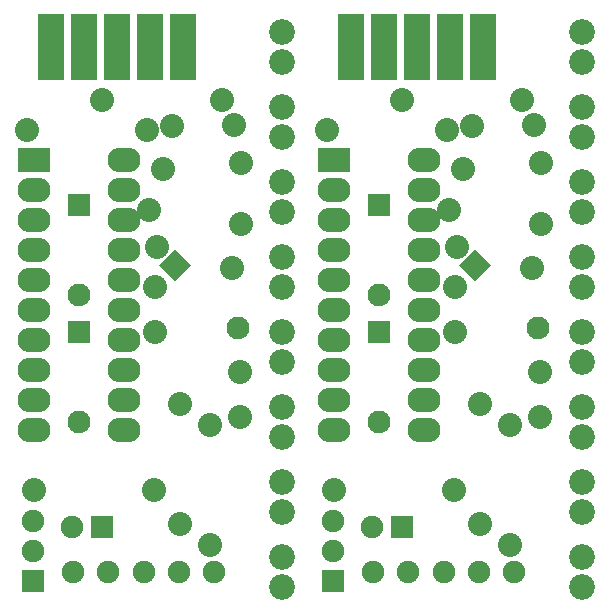
<source format=gts>
G04 (created by PCBNEW-RS274X (2011-05-25)-stable) date Fri 31 Aug 2012 09:10:07 AM CDT*
G01*
G70*
G90*
%MOIN*%
G04 Gerber Fmt 3.4, Leading zero omitted, Abs format*
%FSLAX34Y34*%
G04 APERTURE LIST*
%ADD10C,0.006000*%
%ADD11C,0.075000*%
%ADD12C,0.080000*%
%ADD13R,0.110000X0.082000*%
%ADD14O,0.110000X0.082000*%
%ADD15R,0.090000X0.220000*%
%ADD16R,0.076000X0.076000*%
%ADD17C,0.076000*%
%ADD18C,0.086000*%
%ADD19R,0.075000X0.075000*%
G04 APERTURE END LIST*
G54D10*
G54D11*
X15581Y-18500D03*
X14400Y-18500D03*
X13219Y-18500D03*
X12038Y-18500D03*
X16762Y-18500D03*
G54D12*
X10500Y-03750D03*
X14500Y-03750D03*
X14750Y-15750D03*
X10750Y-15750D03*
X15600Y-16900D03*
X15600Y-12900D03*
X16600Y-17600D03*
X16600Y-13600D03*
X17614Y-13314D03*
X14786Y-10486D03*
X17614Y-11814D03*
X14786Y-08986D03*
X17347Y-08338D03*
X15053Y-05062D03*
X17664Y-04836D03*
X14836Y-07664D03*
X17647Y-06888D03*
X15353Y-03612D03*
X17414Y-03586D03*
X14586Y-06414D03*
X17000Y-02750D03*
X13000Y-02750D03*
G54D13*
X10750Y-04750D03*
G54D14*
X10750Y-05750D03*
X10750Y-06750D03*
X10750Y-07750D03*
X10750Y-08750D03*
X10750Y-09750D03*
X10750Y-10750D03*
X10750Y-11750D03*
X10750Y-12750D03*
X10750Y-13750D03*
X13750Y-13750D03*
X13750Y-12750D03*
X13750Y-11750D03*
X13750Y-10750D03*
X13750Y-09750D03*
X13750Y-08750D03*
X13750Y-07750D03*
X13750Y-06750D03*
X13750Y-05750D03*
X13750Y-04750D03*
G54D15*
X14600Y-01000D03*
X13500Y-01000D03*
X12400Y-01000D03*
X11300Y-01000D03*
X15700Y-01000D03*
G54D16*
X12250Y-10500D03*
G54D17*
X12250Y-13500D03*
G54D10*
G36*
X15976Y-08239D02*
X15439Y-08776D01*
X14902Y-08239D01*
X15439Y-07702D01*
X15976Y-08239D01*
X15976Y-08239D01*
G37*
G54D17*
X17561Y-10361D03*
G54D16*
X12250Y-06250D03*
G54D17*
X12250Y-09250D03*
G54D18*
X19000Y-01500D03*
X19000Y-00500D03*
X19000Y-04000D03*
X19000Y-03000D03*
X19000Y-06500D03*
X19000Y-05500D03*
X19000Y-09000D03*
X19000Y-08000D03*
X19000Y-11500D03*
X19000Y-10500D03*
X19000Y-14000D03*
X19000Y-13000D03*
X19000Y-16500D03*
X19000Y-15500D03*
X19000Y-19000D03*
X19000Y-18000D03*
G54D19*
X13000Y-17000D03*
G54D11*
X12000Y-17000D03*
G54D19*
X10700Y-18800D03*
G54D11*
X10700Y-17800D03*
X10700Y-16800D03*
G54D19*
X00700Y-18800D03*
G54D11*
X00700Y-17800D03*
X00700Y-16800D03*
G54D19*
X03000Y-17000D03*
G54D11*
X02000Y-17000D03*
G54D18*
X09000Y-19000D03*
X09000Y-18000D03*
X09000Y-16500D03*
X09000Y-15500D03*
X09000Y-14000D03*
X09000Y-13000D03*
X09000Y-11500D03*
X09000Y-10500D03*
X09000Y-09000D03*
X09000Y-08000D03*
X09000Y-06500D03*
X09000Y-05500D03*
X09000Y-04000D03*
X09000Y-03000D03*
X09000Y-01500D03*
X09000Y-00500D03*
G54D16*
X02250Y-06250D03*
G54D17*
X02250Y-09250D03*
G54D10*
G36*
X05976Y-08239D02*
X05439Y-08776D01*
X04902Y-08239D01*
X05439Y-07702D01*
X05976Y-08239D01*
X05976Y-08239D01*
G37*
G54D17*
X07561Y-10361D03*
G54D16*
X02250Y-10500D03*
G54D17*
X02250Y-13500D03*
G54D15*
X04600Y-01000D03*
X03500Y-01000D03*
X02400Y-01000D03*
X01300Y-01000D03*
X05700Y-01000D03*
G54D13*
X00750Y-04750D03*
G54D14*
X00750Y-05750D03*
X00750Y-06750D03*
X00750Y-07750D03*
X00750Y-08750D03*
X00750Y-09750D03*
X00750Y-10750D03*
X00750Y-11750D03*
X00750Y-12750D03*
X00750Y-13750D03*
X03750Y-13750D03*
X03750Y-12750D03*
X03750Y-11750D03*
X03750Y-10750D03*
X03750Y-09750D03*
X03750Y-08750D03*
X03750Y-07750D03*
X03750Y-06750D03*
X03750Y-05750D03*
X03750Y-04750D03*
G54D12*
X07000Y-02750D03*
X03000Y-02750D03*
X07414Y-03586D03*
X04586Y-06414D03*
X07647Y-06888D03*
X05353Y-03612D03*
X07664Y-04836D03*
X04836Y-07664D03*
X07347Y-08338D03*
X05053Y-05062D03*
X07614Y-11814D03*
X04786Y-08986D03*
X07614Y-13314D03*
X04786Y-10486D03*
X06600Y-17600D03*
X06600Y-13600D03*
X05600Y-16900D03*
X05600Y-12900D03*
X04750Y-15750D03*
X00750Y-15750D03*
X00500Y-03750D03*
X04500Y-03750D03*
G54D11*
X05581Y-18500D03*
X04400Y-18500D03*
X03219Y-18500D03*
X02038Y-18500D03*
X06762Y-18500D03*
M02*

</source>
